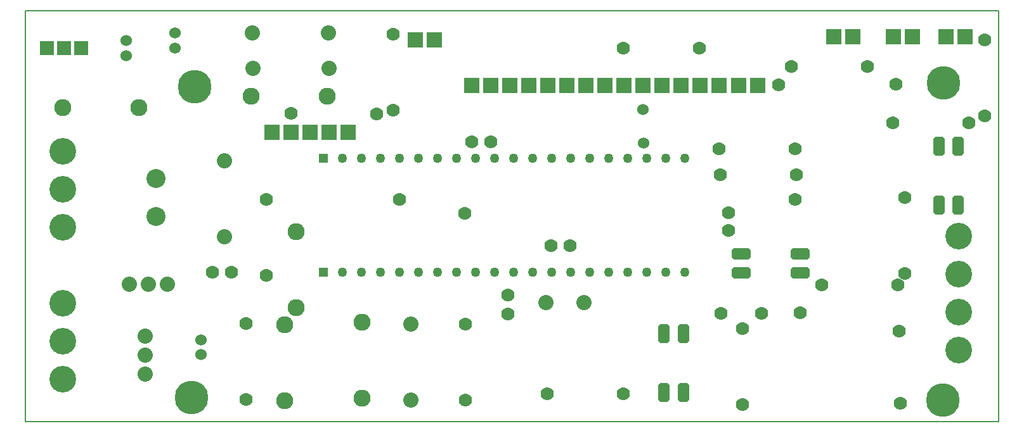
<source format=gbr>
G04 PROTEUS GERBER X2 FILE*
%TF.GenerationSoftware,Labcenter,Proteus,8.6-SP2-Build23525*%
%TF.CreationDate,2017-11-29T10:51:07+00:00*%
%TF.FileFunction,Copper,L2,Inr*%
%TF.FilePolarity,Positive*%
%TF.Part,Single*%
%FSLAX45Y45*%
%MOMM*%
G01*
%TA.AperFunction,ViaPad*%
%ADD14C,1.778000*%
%ADD15C,1.524000*%
%TA.AperFunction,ComponentPad*%
%ADD16R,1.270000X1.270000*%
%ADD17C,1.270000*%
%TA.AperFunction,ComponentPad*%
%ADD18C,3.556000*%
%TA.AperFunction,ComponentPad*%
%ADD19C,2.286000*%
%ADD70C,2.540000*%
%ADD71C,2.032000*%
%TA.AperFunction,ComponentPad*%
%ADD20R,1.905000X1.905000*%
%TA.AperFunction,ComponentPad*%
%ADD21C,1.524000*%
%ADD22C,1.778000*%
%ADD23R,2.032000X2.032000*%
%AMDIL016*
4,1,8,
-0.762000,0.965200,-0.457200,1.270000,0.457200,1.270000,0.762000,0.965200,0.762000,-0.965200,
0.457200,-1.270000,-0.457200,-1.270000,-0.762000,-0.965200,-0.762000,0.965200,
0*%
%TA.AperFunction,ComponentPad*%
%ADD24DIL016*%
%AMDIL017*
4,1,8,
-1.270000,0.457200,-0.965200,0.762000,0.965200,0.762000,1.270000,0.457200,1.270000,-0.457200,
0.965200,-0.762000,-0.965200,-0.762000,-1.270000,-0.457200,-1.270000,0.457200,
0*%
%ADD25DIL017*%
%TA.AperFunction,OtherPad,Unknown*%
%ADD26C,4.500000*%
%TA.AperFunction,Profile*%
%ADD27C,0.203200*%
%TD.AperFunction*%
D14*
X+3421061Y-2785979D03*
X+3433610Y-3748906D03*
X+1807211Y+507732D03*
X+3373832Y+519251D03*
X-3253818Y-1022723D03*
X-3553607Y+119847D03*
D15*
X+0Y+180000D03*
D14*
X+1140000Y-1200000D03*
X+1140000Y-1440000D03*
X+1040155Y-2546585D03*
X+1579578Y-2546585D03*
X+2103288Y-2536111D03*
X+2033766Y-1024643D03*
D15*
X+10000Y-270000D03*
D14*
X-2380000Y-1210000D03*
X-4699000Y+124382D03*
D16*
X-4266000Y-2000000D03*
D17*
X-4012000Y-2000000D03*
X-3758000Y-2000000D03*
X-3504000Y-2000000D03*
X-3250000Y-2000000D03*
X-2996000Y-2000000D03*
X-2742000Y-2000000D03*
X-2488000Y-2000000D03*
X-2234000Y-2000000D03*
X-1980000Y-2000000D03*
X-1726000Y-2000000D03*
X-1472000Y-2000000D03*
X-1218000Y-2000000D03*
X-964000Y-2000000D03*
X-710000Y-2000000D03*
X-456000Y-2000000D03*
X-202000Y-2000000D03*
X+52000Y-2000000D03*
X+306000Y-2000000D03*
X+560000Y-2000000D03*
X+560000Y-476000D03*
X+306000Y-476000D03*
X+52000Y-476000D03*
X-202000Y-476000D03*
X-456000Y-476000D03*
X-710000Y-476000D03*
X-964000Y-476000D03*
X-1218000Y-476000D03*
X-1472000Y-476000D03*
X-1726000Y-476000D03*
X-1980000Y-476000D03*
X-2234000Y-476000D03*
X-2488000Y-476000D03*
X-2742000Y-476000D03*
X-2996000Y-476000D03*
X-3250000Y-476000D03*
X-3504000Y-476000D03*
X-3758000Y-476000D03*
X-4012000Y-476000D03*
D16*
X-4266000Y-476000D03*
D18*
X-7747000Y-381000D03*
X-7747000Y-889000D03*
X-7747000Y-1397000D03*
D19*
X-7750000Y+200000D03*
X-6734000Y+200000D03*
D70*
X-6500000Y-742000D03*
X-6500000Y-1250000D03*
D71*
X-5588000Y-508000D03*
X-5588000Y-1524000D03*
D20*
X-7500000Y+1000000D03*
X-7728600Y+1000000D03*
X-7957200Y+1000000D03*
D21*
X-6900000Y+1100000D03*
X-6900000Y+900000D03*
X-6250000Y+1200000D03*
X-6250000Y+1000000D03*
D71*
X-5216000Y+1200000D03*
X-4200000Y+1200000D03*
X-5207000Y+730000D03*
X-4191000Y+730000D03*
D19*
X-4220000Y+360000D03*
X-5236000Y+360000D03*
D22*
X-3340000Y+1186000D03*
X-3340000Y+170000D03*
D23*
X-3040000Y+1110000D03*
X-2786000Y+1110000D03*
D24*
X+4210000Y-310000D03*
X+3950000Y-310000D03*
X+3950000Y-1100000D03*
X+4210000Y-1100000D03*
D22*
X+4560000Y+90000D03*
X+4560000Y+1106000D03*
X+4350000Y+0D03*
X+3334000Y+0D03*
X+3500000Y-1000000D03*
X+3500000Y-2016000D03*
D23*
X+4300000Y+1150000D03*
X+4046000Y+1150000D03*
D25*
X+1310000Y-1750000D03*
X+1310000Y-2010000D03*
X+2100000Y-2010000D03*
X+2100000Y-1750000D03*
D22*
X+2384000Y-2170000D03*
X+3400000Y-2170000D03*
X+1014000Y-350000D03*
X+2030000Y-350000D03*
X+1034000Y-690000D03*
X+2050000Y-690000D03*
D23*
X+2546000Y+1150000D03*
X+2800000Y+1150000D03*
D18*
X-7747000Y-2413000D03*
X-7747000Y-2921000D03*
X-7747000Y-3429000D03*
D71*
X-6858000Y-2159000D03*
X-6604000Y-2159000D03*
X-6350000Y-2159000D03*
X-6650000Y-3358000D03*
X-6650000Y-3104000D03*
X-6650000Y-2850000D03*
D21*
X-5900000Y-2900000D03*
X-5900000Y-3100000D03*
D22*
X-5300000Y-2684000D03*
X-5300000Y-3700000D03*
D19*
X-4780000Y-2704000D03*
X-4780000Y-3720000D03*
X-4630000Y-2476000D03*
X-4630000Y-1460000D03*
X-3750000Y-3686000D03*
X-3750000Y-2670000D03*
D71*
X-3100000Y-2690000D03*
X-3100000Y-3706000D03*
D22*
X-2370000Y-2690000D03*
X-2370000Y-3706000D03*
X-5030000Y-1024000D03*
X-5030000Y-2040000D03*
X-5750000Y-2000000D03*
X-5496000Y-2000000D03*
D23*
X-4953000Y-127000D03*
X-4699000Y-127000D03*
X-4445000Y-127000D03*
X-4191000Y-127000D03*
X-3937000Y-127000D03*
D71*
X-1300000Y-2400000D03*
X-792000Y-2400000D03*
D22*
X-1800000Y-2554000D03*
X-1800000Y-2300000D03*
X-2032000Y-254000D03*
X-2286000Y-254000D03*
X-976000Y-1640000D03*
X-1230000Y-1640000D03*
D23*
X+3346000Y+1150000D03*
X+3600000Y+1150000D03*
D18*
X+4220000Y-1516000D03*
X+4220000Y-2024000D03*
X+4220000Y-2532000D03*
X+4220000Y-3040000D03*
D23*
X+1276000Y+500000D03*
X+1530000Y+500000D03*
D22*
X+1984000Y+750000D03*
X+3000000Y+750000D03*
X-266000Y+1000000D03*
X+750000Y+1000000D03*
X-1276000Y-3620000D03*
X-260000Y-3620000D03*
X+1330000Y-2754000D03*
X+1330000Y-3770000D03*
D24*
X+280000Y-3610000D03*
X+540000Y-3610000D03*
X+540000Y-2820000D03*
X+280000Y-2820000D03*
D23*
X+1012000Y+500000D03*
X+758000Y+500000D03*
X+504000Y+500000D03*
X+250000Y+500000D03*
X-4000Y+500000D03*
X-258000Y+500000D03*
X-512000Y+500000D03*
X-766000Y+500000D03*
X-1020000Y+500000D03*
X-1274000Y+500000D03*
X-1528000Y+500000D03*
X-1782000Y+500000D03*
X-2036000Y+500000D03*
X-2290000Y+500000D03*
D26*
X+4000000Y-3710000D03*
X-6030000Y-3670000D03*
X-5990000Y+480000D03*
X+4010000Y+530000D03*
D27*
X-8250000Y-4000000D02*
X+4750000Y-4000000D01*
X+4750000Y+1500000D01*
X-8250000Y+1500000D01*
X-8250000Y-4000000D01*
M02*

</source>
